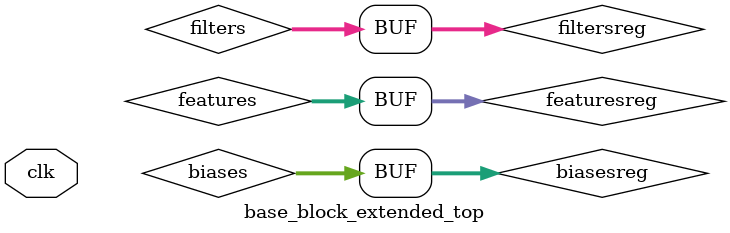
<source format=v>
`timescale 1ns / 1ps


module base_block_extended_top (
    input clk
    );

    wire [895:0]  filters;
    wire [895:0] features;
    wire [2463:0] biases;
    reg  [895:0]  filtersreg = {896{1'b0}};
    reg  [895:0] featuresreg = {896{1'b0}};
    reg  [2463:0] biasesreg = {2463{1'b0}};
    wire [895:0] sums1;
    wire [791:0] sums3;
    wire [483:0] sums5;
    wire [351:0] sums7;
    wire [263:0] sums9;
    wire [219:0] sums11;
    wire [175:0] sums13;
    reg  [9:0]   counter = 10'b0000000000;
    
    base_block_extended #(.BITS(16),.OVERHEAD_BITS(12),.OUTPUTS(1)) base_block_extended(
        .clk(clk),
        .filters(filters),
        .features(features),
        .biases(biases),
        .sums1(sums1),
        .sums3(sums3),
        .sums5(sums5),
        .sums7(sums7),
        .sums9(sums9),
        .sums11(sums11),
        .sums13(sums13)
        );
        
    always @(posedge clk)
    begin
        case(counter)
            10'b0000000000      :       counter <= 10'b0000000001;
            10'b0000000001      :       counter <= 10'b0000000010;
            10'b0000000010      :       counter <= 10'b0000000011;
            10'b0000000011      :       counter <= 10'b0000000100;
            10'b0000000100      :       counter <= 10'b0000000101;
            10'b0000000101      :       counter <= 10'b0000000110;
            10'b0000000110      :       counter <= 10'b0000000111;
            10'b0000000111      :       counter <= 10'b0000001000;
            10'b0000001000      :       counter <= 10'b0000001001;
            10'b0000001001      :       counter <= 10'b0000001010;
            10'b0000001010      :       counter <= 10'b0000001011;
            10'b0000001011      :       counter <= 10'b0000001100;
            10'b0000001100      :       counter <= 10'b0000001101;
            10'b0000001101      :       begin
                                        counter <= 10'b0000001110;
                                        end
            10'b0000001110      :       begin
                                        counter <= 10'b0000001111;
                                        
            
                                        end
            10'b0000001111      :       begin
                                        counter <= 10'b0000010000;
                                        filtersreg <= {{16'b0000000000000001},{16'b0000000000000010},{16'b0000000000000011},
                                        {16'b0000000000000100},{16'b0000000000000101},{16'b0000000000000110},{16'b0000000000000111},
                                        {16'b0000000000001000},{16'b0000000000001001},{16'b0000000000001010},{16'b0000000000001011},
                                        {16'b0000000000001100},{16'b0000000000001101},{16'b0000000000001110},{16'b0000000000001111},
                                        {16'b0000000000010000},{16'b0000000000010001},{16'b0000000000010010},{16'b0000000000010011},
                                        {16'b0000000000010100},{16'b0000000000010101},{16'b0000000000010110},{16'b0000000000010111},
                                        {16'b0000000000011000},{16'b0000000000011001},{16'b0000000000011010},{16'b0000000000011011},
                                        {16'b0000000000011100},{16'b0000000000011101},{16'b0000000000011110},{16'b0000000000011111},
                                        {16'b0000000000100000},{16'b0000000000100001},{16'b0000000000100010},{16'b0000000000100011},
                                        {16'b0000000000100100},{16'b0000000000100101},{16'b0000000000100110},{16'b0000000000100111},
                                        {16'b0000000000101000},{16'b0000000000101001},{16'b0000000000101010},{16'b0000000000101011},
                                        {16'b0000000000101100},{16'b0000000000101101},{16'b0000000000101110},{16'b0000000000101111},
                                        {16'b0000000000110000},{16'b0000000000110001},{16'b0000000000110010},{16'b0000000000110011},
                                        {16'b0000000000110100},{16'b0000000000110101},{16'b0000000000110110},{16'b0000000000110111},
                                        {16'b0000000000111000}};
                                        featuresreg <= {{16'b0000000000000001},{16'b0000000000000010},{16'b0000000000000011},
                                        {16'b0000000000000100},{16'b0000000000000101},{16'b0000000000000110},{16'b0000000000000111},
                                        {16'b0000000000001000},{16'b0000000000001001},{16'b0000000000001010},{16'b0000000000001011},
                                        {16'b0000000000001100},{16'b0000000000001101},{16'b0000000000001110},{16'b0000000000001111},
                                        {16'b0000000000010000},{16'b0000000000010001},{16'b0000000000010010},{16'b0000000000010011},
                                        {16'b0000000000010100},{16'b0000000000010101},{16'b0000000000010110},{16'b0000000000010111},
                                        {16'b0000000000011000},{16'b0000000000011001},{16'b0000000000011010},{16'b0000000000011011},
                                        {16'b0000000000011100},{16'b0000000000011101},{16'b0000000000011110},{16'b0000000000011111},
                                        {16'b0000000000100000},{16'b0000000000100001},{16'b0000000000100010},{16'b0000000000100011},
                                        {16'b0000000000100100},{16'b0000000000100101},{16'b0000000000100110},{16'b0000000000100111},
                                        {16'b0000000000101000},{16'b0000000000101001},{16'b0000000000101010},{16'b0000000000101011},
                                        {16'b0000000000101100},{16'b0000000000101101},{16'b0000000000101110},{16'b0000000000101111},
                                        {16'b0000000000110000},{16'b0000000000110001},{16'b0000000000110010},{16'b0000000000110011},
                                        {16'b0000000000110100},{16'b0000000000110101},{16'b0000000000110110},{16'b0000000000110111},
                                        {16'b0000000000111000}};
                                        
                                        end
            10'b0000010000      :       begin
                                        counter <= 10'b0000010001;
                                        filtersreg <= {56{16'b0000000000000000}};
                                        biasesreg <= {{44'b00000000000000000000000000000000000000111000},
                                        {44'b00000000000000000000000000000000000000110111},
                                        {44'b00000000000000000000000000000000000000110110},
                                        {44'b00000000000000000000000000000000000000110101},
                                        {44'b00000000000000000000000000000000000000110100},
                                        {44'b00000000000000000000000000000000000000110011},
                                        {44'b00000000000000000000000000000000000000110010},
                                        {44'b00000000000000000000000000000000000000110001},
                                        {44'b00000000000000000000000000000000000000110000},
                                        {44'b00000000000000000000000000000000000000101111},
                                        {44'b00000000000000000000000000000000000000101110},
                                        {44'b00000000000000000000000000000000000000101101},
                                        {44'b00000000000000000000000000000000000000101100},
                                        {44'b00000000000000000000000000000000000000101011},
                                        {44'b00000000000000000000000000000000000000101010},
                                        {44'b00000000000000000000000000000000000000101001},
                                        {44'b00000000000000000000000000000000000000101000},
                                        {44'b00000000000000000000000000000000000000100111},
                                        {44'b00000000000000000000000000000000000000100110},
                                        {44'b00000000000000000000000000000000000000100101},
                                        {44'b00000000000000000000000000000000000000100100},
                                        {44'b00000000000000000000000000000000000000100011},
                                        {44'b00000000000000000000000000000000000000100010},
                                        {44'b00000000000000000000000000000000000000100001},
                                        {44'b00000000000000000000000000000000000000100000},
                                        {44'b00000000000000000000000000000000000000011111},
                                        {44'b00000000000000000000000000000000000000011110},
                                        {44'b00000000000000000000000000000000000000011101},
                                        {44'b00000000000000000000000000000000000000011100},
                                        {44'b00000000000000000000000000000000000000011011},
                                        {44'b00000000000000000000000000000000000000011010},
                                        {44'b00000000000000000000000000000000000000011001},
                                        {44'b00000000000000000000000000000000000000011000},
                                        {44'b00000000000000000000000000000000000000010111},
                                        {44'b00000000000000000000000000000000000000010110},
                                        {44'b00000000000000000000000000000000000000010101},
                                        {44'b00000000000000000000000000000000000000010100},
                                        {44'b00000000000000000000000000000000000000010011},
                                        {44'b00000000000000000000000000000000000000010010},
                                        {44'b00000000000000000000000000000000000000010001},
                                        {44'b00000000000000000000000000000000000000010000},
                                        {44'b00000000000000000000000000000000000000001111},
                                        {44'b00000000000000000000000000000000000000001110},
                                        {44'b00000000000000000000000000000000000000001101},
                                        {44'b00000000000000000000000000000000000000001100},
                                        {44'b00000000000000000000000000000000000000001011},
                                        {44'b00000000000000000000000000000000000000001010},
                                        {44'b00000000000000000000000000000000000000001001},
                                        {44'b00000000000000000000000000000000000000001000},
                                        {44'b00000000000000000000000000000000000000000111},
                                        {44'b00000000000000000000000000000000000000000110},
                                        {44'b00000000000000000000000000000000000000000101},
                                        {44'b00000000000000000000000000000000000000000100},
                                        {44'b00000000000000000000000000000000000000000011},
                                        {44'b00000000000000000000000000000000000000000010},
                                        {44'b00000000000000000000000000000000000000000001}};
                                        end
            10'b0000010001      :       biasesreg <= {56{44'b00000000000000000000000000000000000000000000}};
            
        endcase
    
    end
    assign filters = filtersreg;
    assign features = featuresreg;
    assign biases = biasesreg;
        
endmodule

</source>
